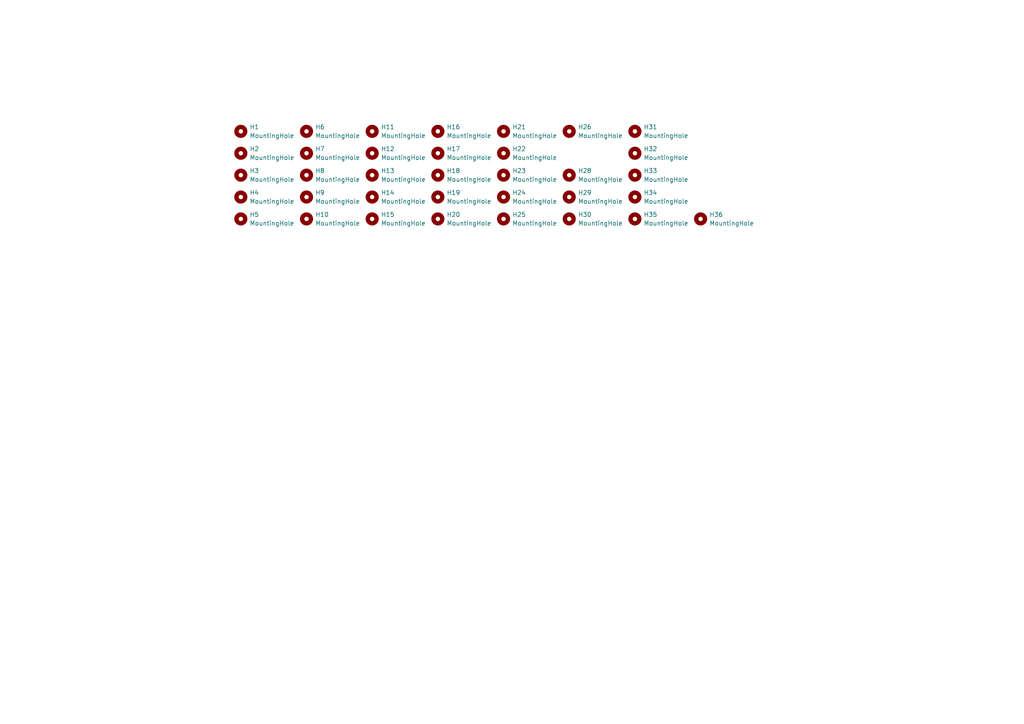
<source format=kicad_sch>
(kicad_sch (version 20211123) (generator eeschema)

  (uuid ef238a55-cc52-48e5-9beb-03bbb1a67b16)

  (paper "A4")

  (lib_symbols
    (symbol "Mechanical:MountingHole" (pin_names (offset 1.016)) (in_bom yes) (on_board yes)
      (property "Reference" "H" (id 0) (at 0 5.08 0)
        (effects (font (size 1.27 1.27)))
      )
      (property "Value" "MountingHole" (id 1) (at 0 3.175 0)
        (effects (font (size 1.27 1.27)))
      )
      (property "Footprint" "" (id 2) (at 0 0 0)
        (effects (font (size 1.27 1.27)) hide)
      )
      (property "Datasheet" "~" (id 3) (at 0 0 0)
        (effects (font (size 1.27 1.27)) hide)
      )
      (property "ki_keywords" "mounting hole" (id 4) (at 0 0 0)
        (effects (font (size 1.27 1.27)) hide)
      )
      (property "ki_description" "Mounting Hole without connection" (id 5) (at 0 0 0)
        (effects (font (size 1.27 1.27)) hide)
      )
      (property "ki_fp_filters" "MountingHole*" (id 6) (at 0 0 0)
        (effects (font (size 1.27 1.27)) hide)
      )
      (symbol "MountingHole_0_1"
        (circle (center 0 0) (radius 1.27)
          (stroke (width 1.27) (type default) (color 0 0 0 0))
          (fill (type none))
        )
      )
    )
  )


  (symbol (lib_id "Mechanical:MountingHole") (at 88.9 57.15 0) (unit 1)
    (in_bom yes) (on_board yes) (fields_autoplaced)
    (uuid 03e260a6-e384-46eb-a928-6a86dee22480)
    (property "Reference" "H9" (id 0) (at 91.44 55.8799 0)
      (effects (font (size 1.27 1.27)) (justify left))
    )
    (property "Value" "MountingHole" (id 1) (at 91.44 58.4199 0)
      (effects (font (size 1.27 1.27)) (justify left))
    )
    (property "Footprint" "cipulot_parts:HOLE_M2" (id 2) (at 88.9 57.15 0)
      (effects (font (size 1.27 1.27)) hide)
    )
    (property "Datasheet" "~" (id 3) (at 88.9 57.15 0)
      (effects (font (size 1.27 1.27)) hide)
    )
  )

  (symbol (lib_id "Mechanical:MountingHole") (at 184.15 50.8 0) (unit 1)
    (in_bom yes) (on_board yes) (fields_autoplaced)
    (uuid 0faac9a5-797a-4cf4-a7fc-ef938490b90f)
    (property "Reference" "H33" (id 0) (at 186.69 49.5299 0)
      (effects (font (size 1.27 1.27)) (justify left))
    )
    (property "Value" "MountingHole" (id 1) (at 186.69 52.0699 0)
      (effects (font (size 1.27 1.27)) (justify left))
    )
    (property "Footprint" "cipulot_parts:HOLE_M2" (id 2) (at 184.15 50.8 0)
      (effects (font (size 1.27 1.27)) hide)
    )
    (property "Datasheet" "~" (id 3) (at 184.15 50.8 0)
      (effects (font (size 1.27 1.27)) hide)
    )
  )

  (symbol (lib_id "Mechanical:MountingHole") (at 184.15 57.15 0) (unit 1)
    (in_bom yes) (on_board yes) (fields_autoplaced)
    (uuid 1731dca6-8a44-44dd-b74b-faf39bfec0b3)
    (property "Reference" "H34" (id 0) (at 186.69 55.8799 0)
      (effects (font (size 1.27 1.27)) (justify left))
    )
    (property "Value" "MountingHole" (id 1) (at 186.69 58.4199 0)
      (effects (font (size 1.27 1.27)) (justify left))
    )
    (property "Footprint" "cipulot_parts:HOLE_M2" (id 2) (at 184.15 57.15 0)
      (effects (font (size 1.27 1.27)) hide)
    )
    (property "Datasheet" "~" (id 3) (at 184.15 57.15 0)
      (effects (font (size 1.27 1.27)) hide)
    )
  )

  (symbol (lib_id "Mechanical:MountingHole") (at 146.05 44.45 0) (unit 1)
    (in_bom yes) (on_board yes) (fields_autoplaced)
    (uuid 19007b38-f20d-48a3-bd59-bf6de14eebae)
    (property "Reference" "H22" (id 0) (at 148.59 43.1799 0)
      (effects (font (size 1.27 1.27)) (justify left))
    )
    (property "Value" "MountingHole" (id 1) (at 148.59 45.7199 0)
      (effects (font (size 1.27 1.27)) (justify left))
    )
    (property "Footprint" "cipulot_parts:HOLE_M2" (id 2) (at 146.05 44.45 0)
      (effects (font (size 1.27 1.27)) hide)
    )
    (property "Datasheet" "~" (id 3) (at 146.05 44.45 0)
      (effects (font (size 1.27 1.27)) hide)
    )
  )

  (symbol (lib_id "Mechanical:MountingHole") (at 127 44.45 0) (unit 1)
    (in_bom yes) (on_board yes) (fields_autoplaced)
    (uuid 1d3be31d-c692-48b4-a458-485628870fdf)
    (property "Reference" "H17" (id 0) (at 129.54 43.1799 0)
      (effects (font (size 1.27 1.27)) (justify left))
    )
    (property "Value" "MountingHole" (id 1) (at 129.54 45.7199 0)
      (effects (font (size 1.27 1.27)) (justify left))
    )
    (property "Footprint" "cipulot_parts:HOLE_M2" (id 2) (at 127 44.45 0)
      (effects (font (size 1.27 1.27)) hide)
    )
    (property "Datasheet" "~" (id 3) (at 127 44.45 0)
      (effects (font (size 1.27 1.27)) hide)
    )
  )

  (symbol (lib_id "Mechanical:MountingHole") (at 146.05 50.8 0) (unit 1)
    (in_bom yes) (on_board yes) (fields_autoplaced)
    (uuid 20254c0f-57db-4c5e-9a16-d276ff97dcdb)
    (property "Reference" "H23" (id 0) (at 148.59 49.5299 0)
      (effects (font (size 1.27 1.27)) (justify left))
    )
    (property "Value" "MountingHole" (id 1) (at 148.59 52.0699 0)
      (effects (font (size 1.27 1.27)) (justify left))
    )
    (property "Footprint" "cipulot_parts:HOLE_M2" (id 2) (at 146.05 50.8 0)
      (effects (font (size 1.27 1.27)) hide)
    )
    (property "Datasheet" "~" (id 3) (at 146.05 50.8 0)
      (effects (font (size 1.27 1.27)) hide)
    )
  )

  (symbol (lib_id "Mechanical:MountingHole") (at 165.1 50.8 0) (unit 1)
    (in_bom yes) (on_board yes) (fields_autoplaced)
    (uuid 20c0011b-e1e5-454d-9ead-49977e96570d)
    (property "Reference" "H28" (id 0) (at 167.64 49.5299 0)
      (effects (font (size 1.27 1.27)) (justify left))
    )
    (property "Value" "MountingHole" (id 1) (at 167.64 52.0699 0)
      (effects (font (size 1.27 1.27)) (justify left))
    )
    (property "Footprint" "cipulot_parts:HOLE_M2" (id 2) (at 165.1 50.8 0)
      (effects (font (size 1.27 1.27)) hide)
    )
    (property "Datasheet" "~" (id 3) (at 165.1 50.8 0)
      (effects (font (size 1.27 1.27)) hide)
    )
  )

  (symbol (lib_id "Mechanical:MountingHole") (at 88.9 38.1 0) (unit 1)
    (in_bom yes) (on_board yes) (fields_autoplaced)
    (uuid 2124e6e4-771e-46e0-ba31-06614fc1ec5a)
    (property "Reference" "H6" (id 0) (at 91.44 36.8299 0)
      (effects (font (size 1.27 1.27)) (justify left))
    )
    (property "Value" "MountingHole" (id 1) (at 91.44 39.3699 0)
      (effects (font (size 1.27 1.27)) (justify left))
    )
    (property "Footprint" "cipulot_parts:HOLE_M2" (id 2) (at 88.9 38.1 0)
      (effects (font (size 1.27 1.27)) hide)
    )
    (property "Datasheet" "~" (id 3) (at 88.9 38.1 0)
      (effects (font (size 1.27 1.27)) hide)
    )
  )

  (symbol (lib_id "Mechanical:MountingHole") (at 69.85 50.8 0) (unit 1)
    (in_bom yes) (on_board yes) (fields_autoplaced)
    (uuid 28268f45-a898-4645-97c8-8fd66097d149)
    (property "Reference" "H3" (id 0) (at 72.39 49.5299 0)
      (effects (font (size 1.27 1.27)) (justify left))
    )
    (property "Value" "MountingHole" (id 1) (at 72.39 52.0699 0)
      (effects (font (size 1.27 1.27)) (justify left))
    )
    (property "Footprint" "cipulot_parts:HOLE_M2" (id 2) (at 69.85 50.8 0)
      (effects (font (size 1.27 1.27)) hide)
    )
    (property "Datasheet" "~" (id 3) (at 69.85 50.8 0)
      (effects (font (size 1.27 1.27)) hide)
    )
  )

  (symbol (lib_id "Mechanical:MountingHole") (at 127 57.15 0) (unit 1)
    (in_bom yes) (on_board yes) (fields_autoplaced)
    (uuid 295bf04b-7d66-438c-abc3-75b2f3605b9a)
    (property "Reference" "H19" (id 0) (at 129.54 55.8799 0)
      (effects (font (size 1.27 1.27)) (justify left))
    )
    (property "Value" "MountingHole" (id 1) (at 129.54 58.4199 0)
      (effects (font (size 1.27 1.27)) (justify left))
    )
    (property "Footprint" "cipulot_parts:HOLE_M2" (id 2) (at 127 57.15 0)
      (effects (font (size 1.27 1.27)) hide)
    )
    (property "Datasheet" "~" (id 3) (at 127 57.15 0)
      (effects (font (size 1.27 1.27)) hide)
    )
  )

  (symbol (lib_id "Mechanical:MountingHole") (at 203.2 63.5 0) (unit 1)
    (in_bom yes) (on_board yes) (fields_autoplaced)
    (uuid 2f6f9a26-f619-4d14-ad0e-181687ad1c36)
    (property "Reference" "H36" (id 0) (at 205.74 62.2299 0)
      (effects (font (size 1.27 1.27)) (justify left))
    )
    (property "Value" "MountingHole" (id 1) (at 205.74 64.7699 0)
      (effects (font (size 1.27 1.27)) (justify left))
    )
    (property "Footprint" "cipulot_parts:HOLE_M2" (id 2) (at 203.2 63.5 0)
      (effects (font (size 1.27 1.27)) hide)
    )
    (property "Datasheet" "~" (id 3) (at 203.2 63.5 0)
      (effects (font (size 1.27 1.27)) hide)
    )
  )

  (symbol (lib_id "Mechanical:MountingHole") (at 146.05 38.1 0) (unit 1)
    (in_bom yes) (on_board yes) (fields_autoplaced)
    (uuid 37c8e596-2ee5-41e3-bd1a-e533c5d8dbc8)
    (property "Reference" "H21" (id 0) (at 148.59 36.8299 0)
      (effects (font (size 1.27 1.27)) (justify left))
    )
    (property "Value" "MountingHole" (id 1) (at 148.59 39.3699 0)
      (effects (font (size 1.27 1.27)) (justify left))
    )
    (property "Footprint" "cipulot_parts:HOLE_M2" (id 2) (at 146.05 38.1 0)
      (effects (font (size 1.27 1.27)) hide)
    )
    (property "Datasheet" "~" (id 3) (at 146.05 38.1 0)
      (effects (font (size 1.27 1.27)) hide)
    )
  )

  (symbol (lib_id "Mechanical:MountingHole") (at 127 38.1 0) (unit 1)
    (in_bom yes) (on_board yes) (fields_autoplaced)
    (uuid 3e8d2c3d-40f4-4b98-accb-343f02ec9f28)
    (property "Reference" "H16" (id 0) (at 129.54 36.8299 0)
      (effects (font (size 1.27 1.27)) (justify left))
    )
    (property "Value" "MountingHole" (id 1) (at 129.54 39.3699 0)
      (effects (font (size 1.27 1.27)) (justify left))
    )
    (property "Footprint" "cipulot_parts:HOLE_M2" (id 2) (at 127 38.1 0)
      (effects (font (size 1.27 1.27)) hide)
    )
    (property "Datasheet" "~" (id 3) (at 127 38.1 0)
      (effects (font (size 1.27 1.27)) hide)
    )
  )

  (symbol (lib_id "Mechanical:MountingHole") (at 184.15 44.45 0) (unit 1)
    (in_bom yes) (on_board yes) (fields_autoplaced)
    (uuid 44fba6b7-56df-474c-ae23-cd562af406d2)
    (property "Reference" "H32" (id 0) (at 186.69 43.1799 0)
      (effects (font (size 1.27 1.27)) (justify left))
    )
    (property "Value" "MountingHole" (id 1) (at 186.69 45.7199 0)
      (effects (font (size 1.27 1.27)) (justify left))
    )
    (property "Footprint" "cipulot_parts:HOLE_M2" (id 2) (at 184.15 44.45 0)
      (effects (font (size 1.27 1.27)) hide)
    )
    (property "Datasheet" "~" (id 3) (at 184.15 44.45 0)
      (effects (font (size 1.27 1.27)) hide)
    )
  )

  (symbol (lib_id "Mechanical:MountingHole") (at 127 63.5 0) (unit 1)
    (in_bom yes) (on_board yes) (fields_autoplaced)
    (uuid 4b69829d-9e10-4f91-9043-11000ccfc029)
    (property "Reference" "H20" (id 0) (at 129.54 62.2299 0)
      (effects (font (size 1.27 1.27)) (justify left))
    )
    (property "Value" "MountingHole" (id 1) (at 129.54 64.7699 0)
      (effects (font (size 1.27 1.27)) (justify left))
    )
    (property "Footprint" "cipulot_parts:HOLE_M2" (id 2) (at 127 63.5 0)
      (effects (font (size 1.27 1.27)) hide)
    )
    (property "Datasheet" "~" (id 3) (at 127 63.5 0)
      (effects (font (size 1.27 1.27)) hide)
    )
  )

  (symbol (lib_id "Mechanical:MountingHole") (at 127 50.8 0) (unit 1)
    (in_bom yes) (on_board yes) (fields_autoplaced)
    (uuid 511d7295-3330-4aea-b1bc-016c4cbfda72)
    (property "Reference" "H18" (id 0) (at 129.54 49.5299 0)
      (effects (font (size 1.27 1.27)) (justify left))
    )
    (property "Value" "MountingHole" (id 1) (at 129.54 52.0699 0)
      (effects (font (size 1.27 1.27)) (justify left))
    )
    (property "Footprint" "cipulot_parts:HOLE_M2" (id 2) (at 127 50.8 0)
      (effects (font (size 1.27 1.27)) hide)
    )
    (property "Datasheet" "~" (id 3) (at 127 50.8 0)
      (effects (font (size 1.27 1.27)) hide)
    )
  )

  (symbol (lib_id "Mechanical:MountingHole") (at 184.15 38.1 0) (unit 1)
    (in_bom yes) (on_board yes) (fields_autoplaced)
    (uuid 54b5b42f-8564-4a62-a0de-c74f5ac1a27d)
    (property "Reference" "H31" (id 0) (at 186.69 36.8299 0)
      (effects (font (size 1.27 1.27)) (justify left))
    )
    (property "Value" "MountingHole" (id 1) (at 186.69 39.3699 0)
      (effects (font (size 1.27 1.27)) (justify left))
    )
    (property "Footprint" "cipulot_parts:HOLE_M2" (id 2) (at 184.15 38.1 0)
      (effects (font (size 1.27 1.27)) hide)
    )
    (property "Datasheet" "~" (id 3) (at 184.15 38.1 0)
      (effects (font (size 1.27 1.27)) hide)
    )
  )

  (symbol (lib_id "Mechanical:MountingHole") (at 146.05 57.15 0) (unit 1)
    (in_bom yes) (on_board yes) (fields_autoplaced)
    (uuid 58e35fcf-e020-4f85-9b1a-f0ee856520a2)
    (property "Reference" "H24" (id 0) (at 148.59 55.8799 0)
      (effects (font (size 1.27 1.27)) (justify left))
    )
    (property "Value" "MountingHole" (id 1) (at 148.59 58.4199 0)
      (effects (font (size 1.27 1.27)) (justify left))
    )
    (property "Footprint" "cipulot_parts:HOLE_M2" (id 2) (at 146.05 57.15 0)
      (effects (font (size 1.27 1.27)) hide)
    )
    (property "Datasheet" "~" (id 3) (at 146.05 57.15 0)
      (effects (font (size 1.27 1.27)) hide)
    )
  )

  (symbol (lib_id "Mechanical:MountingHole") (at 88.9 63.5 0) (unit 1)
    (in_bom yes) (on_board yes) (fields_autoplaced)
    (uuid 611b6422-c870-43fd-98b0-29ef83656498)
    (property "Reference" "H10" (id 0) (at 91.44 62.2299 0)
      (effects (font (size 1.27 1.27)) (justify left))
    )
    (property "Value" "MountingHole" (id 1) (at 91.44 64.7699 0)
      (effects (font (size 1.27 1.27)) (justify left))
    )
    (property "Footprint" "cipulot_parts:HOLE_M2" (id 2) (at 88.9 63.5 0)
      (effects (font (size 1.27 1.27)) hide)
    )
    (property "Datasheet" "~" (id 3) (at 88.9 63.5 0)
      (effects (font (size 1.27 1.27)) hide)
    )
  )

  (symbol (lib_id "Mechanical:MountingHole") (at 165.1 57.15 0) (unit 1)
    (in_bom yes) (on_board yes) (fields_autoplaced)
    (uuid 72749c3f-aede-4313-9986-a4667af2805a)
    (property "Reference" "H29" (id 0) (at 167.64 55.8799 0)
      (effects (font (size 1.27 1.27)) (justify left))
    )
    (property "Value" "MountingHole" (id 1) (at 167.64 58.4199 0)
      (effects (font (size 1.27 1.27)) (justify left))
    )
    (property "Footprint" "cipulot_parts:HOLE_M2" (id 2) (at 165.1 57.15 0)
      (effects (font (size 1.27 1.27)) hide)
    )
    (property "Datasheet" "~" (id 3) (at 165.1 57.15 0)
      (effects (font (size 1.27 1.27)) hide)
    )
  )

  (symbol (lib_id "Mechanical:MountingHole") (at 69.85 63.5 0) (unit 1)
    (in_bom yes) (on_board yes) (fields_autoplaced)
    (uuid 74944626-ebc3-4b35-bc38-89c45bb5d2e0)
    (property "Reference" "H5" (id 0) (at 72.39 62.2299 0)
      (effects (font (size 1.27 1.27)) (justify left))
    )
    (property "Value" "MountingHole" (id 1) (at 72.39 64.7699 0)
      (effects (font (size 1.27 1.27)) (justify left))
    )
    (property "Footprint" "cipulot_parts:HOLE_M2" (id 2) (at 69.85 63.5 0)
      (effects (font (size 1.27 1.27)) hide)
    )
    (property "Datasheet" "~" (id 3) (at 69.85 63.5 0)
      (effects (font (size 1.27 1.27)) hide)
    )
  )

  (symbol (lib_id "Mechanical:MountingHole") (at 107.95 44.45 0) (unit 1)
    (in_bom yes) (on_board yes) (fields_autoplaced)
    (uuid 829717e5-a233-4a6b-b102-f4a4e6f681cf)
    (property "Reference" "H12" (id 0) (at 110.49 43.1799 0)
      (effects (font (size 1.27 1.27)) (justify left))
    )
    (property "Value" "MountingHole" (id 1) (at 110.49 45.7199 0)
      (effects (font (size 1.27 1.27)) (justify left))
    )
    (property "Footprint" "cipulot_parts:HOLE_M2" (id 2) (at 107.95 44.45 0)
      (effects (font (size 1.27 1.27)) hide)
    )
    (property "Datasheet" "~" (id 3) (at 107.95 44.45 0)
      (effects (font (size 1.27 1.27)) hide)
    )
  )

  (symbol (lib_id "Mechanical:MountingHole") (at 69.85 44.45 0) (unit 1)
    (in_bom yes) (on_board yes) (fields_autoplaced)
    (uuid 840fa21c-c0d0-4740-945d-377bec99d672)
    (property "Reference" "H2" (id 0) (at 72.39 43.1799 0)
      (effects (font (size 1.27 1.27)) (justify left))
    )
    (property "Value" "MountingHole" (id 1) (at 72.39 45.7199 0)
      (effects (font (size 1.27 1.27)) (justify left))
    )
    (property "Footprint" "cipulot_parts:HOLE_M2" (id 2) (at 69.85 44.45 0)
      (effects (font (size 1.27 1.27)) hide)
    )
    (property "Datasheet" "~" (id 3) (at 69.85 44.45 0)
      (effects (font (size 1.27 1.27)) hide)
    )
  )

  (symbol (lib_id "Mechanical:MountingHole") (at 146.05 63.5 0) (unit 1)
    (in_bom yes) (on_board yes) (fields_autoplaced)
    (uuid 84e7854f-92b2-4a0f-99ca-3af57f33e71a)
    (property "Reference" "H25" (id 0) (at 148.59 62.2299 0)
      (effects (font (size 1.27 1.27)) (justify left))
    )
    (property "Value" "MountingHole" (id 1) (at 148.59 64.7699 0)
      (effects (font (size 1.27 1.27)) (justify left))
    )
    (property "Footprint" "cipulot_parts:HOLE_M2" (id 2) (at 146.05 63.5 0)
      (effects (font (size 1.27 1.27)) hide)
    )
    (property "Datasheet" "~" (id 3) (at 146.05 63.5 0)
      (effects (font (size 1.27 1.27)) hide)
    )
  )

  (symbol (lib_id "Mechanical:MountingHole") (at 69.85 57.15 0) (unit 1)
    (in_bom yes) (on_board yes) (fields_autoplaced)
    (uuid 88e77534-966c-447a-99cf-35e718afea0c)
    (property "Reference" "H4" (id 0) (at 72.39 55.8799 0)
      (effects (font (size 1.27 1.27)) (justify left))
    )
    (property "Value" "MountingHole" (id 1) (at 72.39 58.4199 0)
      (effects (font (size 1.27 1.27)) (justify left))
    )
    (property "Footprint" "cipulot_parts:HOLE_M2" (id 2) (at 69.85 57.15 0)
      (effects (font (size 1.27 1.27)) hide)
    )
    (property "Datasheet" "~" (id 3) (at 69.85 57.15 0)
      (effects (font (size 1.27 1.27)) hide)
    )
  )

  (symbol (lib_id "Mechanical:MountingHole") (at 107.95 50.8 0) (unit 1)
    (in_bom yes) (on_board yes) (fields_autoplaced)
    (uuid 94b60b60-2900-49fd-aa23-d675eef6ae48)
    (property "Reference" "H13" (id 0) (at 110.49 49.5299 0)
      (effects (font (size 1.27 1.27)) (justify left))
    )
    (property "Value" "MountingHole" (id 1) (at 110.49 52.0699 0)
      (effects (font (size 1.27 1.27)) (justify left))
    )
    (property "Footprint" "cipulot_parts:HOLE_M2" (id 2) (at 107.95 50.8 0)
      (effects (font (size 1.27 1.27)) hide)
    )
    (property "Datasheet" "~" (id 3) (at 107.95 50.8 0)
      (effects (font (size 1.27 1.27)) hide)
    )
  )

  (symbol (lib_id "Mechanical:MountingHole") (at 165.1 63.5 0) (unit 1)
    (in_bom yes) (on_board yes) (fields_autoplaced)
    (uuid 9811008c-efda-49b6-8dd3-4f0a2345143a)
    (property "Reference" "H30" (id 0) (at 167.64 62.2299 0)
      (effects (font (size 1.27 1.27)) (justify left))
    )
    (property "Value" "MountingHole" (id 1) (at 167.64 64.7699 0)
      (effects (font (size 1.27 1.27)) (justify left))
    )
    (property "Footprint" "cipulot_parts:HOLE_M2" (id 2) (at 165.1 63.5 0)
      (effects (font (size 1.27 1.27)) hide)
    )
    (property "Datasheet" "~" (id 3) (at 165.1 63.5 0)
      (effects (font (size 1.27 1.27)) hide)
    )
  )

  (symbol (lib_id "Mechanical:MountingHole") (at 69.85 38.1 0) (unit 1)
    (in_bom yes) (on_board yes) (fields_autoplaced)
    (uuid 9a8f4bee-400b-42b8-a3e7-c4579680de8c)
    (property "Reference" "H1" (id 0) (at 72.39 36.8299 0)
      (effects (font (size 1.27 1.27)) (justify left))
    )
    (property "Value" "MountingHole" (id 1) (at 72.39 39.3699 0)
      (effects (font (size 1.27 1.27)) (justify left))
    )
    (property "Footprint" "cipulot_parts:HOLE_M2" (id 2) (at 69.85 38.1 0)
      (effects (font (size 1.27 1.27)) hide)
    )
    (property "Datasheet" "~" (id 3) (at 69.85 38.1 0)
      (effects (font (size 1.27 1.27)) hide)
    )
  )

  (symbol (lib_id "Mechanical:MountingHole") (at 88.9 44.45 0) (unit 1)
    (in_bom yes) (on_board yes) (fields_autoplaced)
    (uuid ae00d508-0d75-4c49-be75-dd2f9d15d3d9)
    (property "Reference" "H7" (id 0) (at 91.44 43.1799 0)
      (effects (font (size 1.27 1.27)) (justify left))
    )
    (property "Value" "MountingHole" (id 1) (at 91.44 45.7199 0)
      (effects (font (size 1.27 1.27)) (justify left))
    )
    (property "Footprint" "cipulot_parts:HOLE_M2" (id 2) (at 88.9 44.45 0)
      (effects (font (size 1.27 1.27)) hide)
    )
    (property "Datasheet" "~" (id 3) (at 88.9 44.45 0)
      (effects (font (size 1.27 1.27)) hide)
    )
  )

  (symbol (lib_id "Mechanical:MountingHole") (at 107.95 38.1 0) (unit 1)
    (in_bom yes) (on_board yes) (fields_autoplaced)
    (uuid b4b7bf27-75fd-416f-9ac8-d11cd648770d)
    (property "Reference" "H11" (id 0) (at 110.49 36.8299 0)
      (effects (font (size 1.27 1.27)) (justify left))
    )
    (property "Value" "MountingHole" (id 1) (at 110.49 39.3699 0)
      (effects (font (size 1.27 1.27)) (justify left))
    )
    (property "Footprint" "cipulot_parts:HOLE_M2" (id 2) (at 107.95 38.1 0)
      (effects (font (size 1.27 1.27)) hide)
    )
    (property "Datasheet" "~" (id 3) (at 107.95 38.1 0)
      (effects (font (size 1.27 1.27)) hide)
    )
  )

  (symbol (lib_id "Mechanical:MountingHole") (at 165.1 38.1 0) (unit 1)
    (in_bom yes) (on_board yes) (fields_autoplaced)
    (uuid bfac56ec-0fd8-4074-be3e-db9058aac99e)
    (property "Reference" "H26" (id 0) (at 167.64 36.8299 0)
      (effects (font (size 1.27 1.27)) (justify left))
    )
    (property "Value" "MountingHole" (id 1) (at 167.64 39.3699 0)
      (effects (font (size 1.27 1.27)) (justify left))
    )
    (property "Footprint" "cipulot_parts:HOLE_M2" (id 2) (at 165.1 38.1 0)
      (effects (font (size 1.27 1.27)) hide)
    )
    (property "Datasheet" "~" (id 3) (at 165.1 38.1 0)
      (effects (font (size 1.27 1.27)) hide)
    )
  )

  (symbol (lib_id "Mechanical:MountingHole") (at 107.95 63.5 0) (unit 1)
    (in_bom yes) (on_board yes) (fields_autoplaced)
    (uuid d6c094ef-da49-421d-ac82-7661645887e5)
    (property "Reference" "H15" (id 0) (at 110.49 62.2299 0)
      (effects (font (size 1.27 1.27)) (justify left))
    )
    (property "Value" "MountingHole" (id 1) (at 110.49 64.7699 0)
      (effects (font (size 1.27 1.27)) (justify left))
    )
    (property "Footprint" "cipulot_parts:HOLE_M2" (id 2) (at 107.95 63.5 0)
      (effects (font (size 1.27 1.27)) hide)
    )
    (property "Datasheet" "~" (id 3) (at 107.95 63.5 0)
      (effects (font (size 1.27 1.27)) hide)
    )
  )

  (symbol (lib_id "Mechanical:MountingHole") (at 107.95 57.15 0) (unit 1)
    (in_bom yes) (on_board yes) (fields_autoplaced)
    (uuid e4069199-90db-4b15-a461-e244b6c548b9)
    (property "Reference" "H14" (id 0) (at 110.49 55.8799 0)
      (effects (font (size 1.27 1.27)) (justify left))
    )
    (property "Value" "MountingHole" (id 1) (at 110.49 58.4199 0)
      (effects (font (size 1.27 1.27)) (justify left))
    )
    (property "Footprint" "cipulot_parts:HOLE_M2" (id 2) (at 107.95 57.15 0)
      (effects (font (size 1.27 1.27)) hide)
    )
    (property "Datasheet" "~" (id 3) (at 107.95 57.15 0)
      (effects (font (size 1.27 1.27)) hide)
    )
  )

  (symbol (lib_id "Mechanical:MountingHole") (at 184.15 63.5 0) (unit 1)
    (in_bom yes) (on_board yes) (fields_autoplaced)
    (uuid e9847a0a-aba8-483b-bcbd-4de43aa23322)
    (property "Reference" "H35" (id 0) (at 186.69 62.2299 0)
      (effects (font (size 1.27 1.27)) (justify left))
    )
    (property "Value" "MountingHole" (id 1) (at 186.69 64.7699 0)
      (effects (font (size 1.27 1.27)) (justify left))
    )
    (property "Footprint" "cipulot_parts:HOLE_M2" (id 2) (at 184.15 63.5 0)
      (effects (font (size 1.27 1.27)) hide)
    )
    (property "Datasheet" "~" (id 3) (at 184.15 63.5 0)
      (effects (font (size 1.27 1.27)) hide)
    )
  )

  (symbol (lib_id "Mechanical:MountingHole") (at 88.9 50.8 0) (unit 1)
    (in_bom yes) (on_board yes) (fields_autoplaced)
    (uuid f311b1ab-7ed5-4800-9e38-86b29fdeec0e)
    (property "Reference" "H8" (id 0) (at 91.44 49.5299 0)
      (effects (font (size 1.27 1.27)) (justify left))
    )
    (property "Value" "MountingHole" (id 1) (at 91.44 52.0699 0)
      (effects (font (size 1.27 1.27)) (justify left))
    )
    (property "Footprint" "cipulot_parts:HOLE_M2" (id 2) (at 88.9 50.8 0)
      (effects (font (size 1.27 1.27)) hide)
    )
    (property "Datasheet" "~" (id 3) (at 88.9 50.8 0)
      (effects (font (size 1.27 1.27)) hide)
    )
  )
)

</source>
